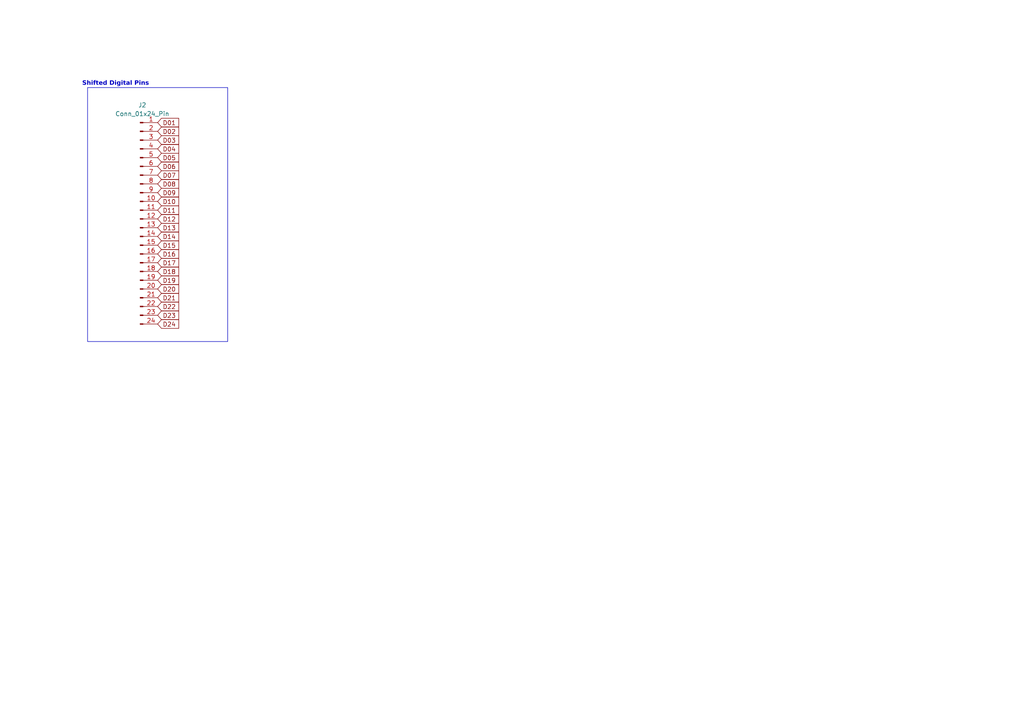
<source format=kicad_sch>
(kicad_sch (version 20231120) (generator "eeschema") (generator_version "8.0")
  (paper "A4")
  (title_block (title "LED Array/ Digital Shifting with Atmega328") (date "2024-04-11") (rev "2.0") (company "Pyae Sone Heine"))
  (lib_symbols
    (symbol "Connector:Conn_01x24_Pin" (pin_names (offset 1.016) hide)
      (property "Reference" "J" (at 0 30.48 0))
      (property "Value" "Conn_01x24_Pin" (at 0 -33.02 0))
      (symbol "Conn_01x24_Pin_1_1"
        (polyline (pts (xy 1.27 -30.48) (xy 0.8636 -30.48)) (stroke (width 0.1524)))
        (polyline (pts (xy 1.27 -27.94) (xy 0.8636 -27.94)) (stroke (width 0.1524)))
        (polyline (pts (xy 1.27 -25.4) (xy 0.8636 -25.4)) (stroke (width 0.1524)))
        (polyline (pts (xy 1.27 -22.86) (xy 0.8636 -22.86)) (stroke (width 0.1524)))
        (polyline (pts (xy 1.27 -20.32) (xy 0.8636 -20.32)) (stroke (width 0.1524)))
        (polyline (pts (xy 1.27 -17.78) (xy 0.8636 -17.78)) (stroke (width 0.1524)))
        (polyline (pts (xy 1.27 -15.24) (xy 0.8636 -15.24)) (stroke (width 0.1524)))
        (polyline (pts (xy 1.27 -12.7) (xy 0.8636 -12.7)) (stroke (width 0.1524)))
        (polyline (pts (xy 1.27 -10.16) (xy 0.8636 -10.16)) (stroke (width 0.1524)))
        (polyline (pts (xy 1.27 -7.62) (xy 0.8636 -7.62)) (stroke (width 0.1524)))
        (polyline (pts (xy 1.27 -5.08) (xy 0.8636 -5.08)) (stroke (width 0.1524)))
        (polyline (pts (xy 1.27 -2.54) (xy 0.8636 -2.54)) (stroke (width 0.1524)))
        (polyline (pts (xy 1.27 0) (xy 0.8636 0)) (stroke (width 0.1524)))
        (polyline (pts (xy 1.27 2.54) (xy 0.8636 2.54)) (stroke (width 0.1524)))
        (polyline (pts (xy 1.27 5.08) (xy 0.8636 5.08)) (stroke (width 0.1524)))
        (polyline (pts (xy 1.27 7.62) (xy 0.8636 7.62)) (stroke (width 0.1524)))
        (polyline (pts (xy 1.27 10.16) (xy 0.8636 10.16)) (stroke (width 0.1524)))
        (polyline (pts (xy 1.27 12.7) (xy 0.8636 12.7)) (stroke (width 0.1524)))
        (polyline (pts (xy 1.27 15.24) (xy 0.8636 15.24)) (stroke (width 0.1524)))
        (polyline (pts (xy 1.27 17.78) (xy 0.8636 17.78)) (stroke (width 0.1524)))
        (polyline (pts (xy 1.27 20.32) (xy 0.8636 20.32)) (stroke (width 0.1524)))
        (polyline (pts (xy 1.27 22.86) (xy 0.8636 22.86)) (stroke (width 0.1524)))
        (polyline (pts (xy 1.27 25.4) (xy 0.8636 25.4)) (stroke (width 0.1524)))
        (polyline (pts (xy 1.27 27.94) (xy 0.8636 27.94)) (stroke (width 0.1524)))
        (rectangle (start 0.8636 -30.353) (end 0 -30.607) (stroke (width 0.1524)) (fill (type outline)))
        (rectangle (start 0.8636 -27.813) (end 0 -28.067) (stroke (width 0.1524)) (fill (type outline)))
        (rectangle (start 0.8636 -25.273) (end 0 -25.527) (stroke (width 0.1524)) (fill (type outline)))
        (rectangle (start 0.8636 -22.733) (end 0 -22.987) (stroke (width 0.1524)) (fill (type outline)))
        (rectangle (start 0.8636 -20.193) (end 0 -20.447) (stroke (width 0.1524)) (fill (type outline)))
        (rectangle (start 0.8636 -17.653) (end 0 -17.907) (stroke (width 0.1524)) (fill (type outline)))
        (rectangle (start 0.8636 -15.113) (end 0 -15.367) (stroke (width 0.1524)) (fill (type outline)))
        (rectangle (start 0.8636 -12.573) (end 0 -12.827) (stroke (width 0.1524)) (fill (type outline)))
        (rectangle (start 0.8636 -10.033) (end 0 -10.287) (stroke (width 0.1524)) (fill (type outline)))
        (rectangle (start 0.8636 -7.493) (end 0 -7.747) (stroke (width 0.1524)) (fill (type outline)))
        (rectangle (start 0.8636 -4.953) (end 0 -5.207) (stroke (width 0.1524)) (fill (type outline)))
        (rectangle (start 0.8636 -2.413) (end 0 -2.667) (stroke (width 0.1524)) (fill (type outline)))
        (rectangle (start 0.8636 0.127) (end 0 -0.127) (stroke (width 0.1524)) (fill (type outline)))
        (rectangle (start 0.8636 2.667) (end 0 2.413) (stroke (width 0.1524)) (fill (type outline)))
        (rectangle (start 0.8636 5.207) (end 0 4.953) (stroke (width 0.1524)) (fill (type outline)))
        (rectangle (start 0.8636 7.747) (end 0 7.493) (stroke (width 0.1524)) (fill (type outline)))
        (rectangle (start 0.8636 10.287) (end 0 10.033) (stroke (width 0.1524)) (fill (type outline)))
        (rectangle (start 0.8636 12.827) (end 0 12.573) (stroke (width 0.1524)) (fill (type outline)))
        (rectangle (start 0.8636 15.367) (end 0 15.113) (stroke (width 0.1524)) (fill (type outline)))
        (rectangle (start 0.8636 17.907) (end 0 17.653) (stroke (width 0.1524)) (fill (type outline)))
        (rectangle (start 0.8636 20.447) (end 0 20.193) (stroke (width 0.1524)) (fill (type outline)))
        (rectangle (start 0.8636 22.987) (end 0 22.733) (stroke (width 0.1524)) (fill (type outline)))
        (rectangle (start 0.8636 25.527) (end 0 25.273) (stroke (width 0.1524)) (fill (type outline)))
        (rectangle (start 0.8636 28.067) (end 0 27.813) (stroke (width 0.1524)) (fill (type outline)))
        (pin passive line (at 5.08 27.94 180) (length 3.81) (name "Pin_1") (number "1"))
        (pin passive line (at 5.08 5.08 180) (length 3.81) (name "Pin_10") (number "10"))
        (pin passive line (at 5.08 2.54 180) (length 3.81) (name "Pin_11") (number "11"))
        (pin passive line (at 5.08 0 180) (length 3.81) (name "Pin_12") (number "12"))
        (pin passive line (at 5.08 -2.54 180) (length 3.81) (name "Pin_13") (number "13"))
        (pin passive line (at 5.08 -5.08 180) (length 3.81) (name "Pin_14") (number "14"))
        (pin passive line (at 5.08 -7.62 180) (length 3.81) (name "Pin_15") (number "15"))
        (pin passive line (at 5.08 -10.16 180) (length 3.81) (name "Pin_16") (number "16"))
        (pin passive line (at 5.08 -12.7 180) (length 3.81) (name "Pin_17") (number "17"))
        (pin passive line (at 5.08 -15.24 180) (length 3.81) (name "Pin_18") (number "18"))
        (pin passive line (at 5.08 -17.78 180) (length 3.81) (name "Pin_19") (number "19"))
        (pin passive line (at 5.08 25.4 180) (length 3.81) (name "Pin_2") (number "2"))
        (pin passive line (at 5.08 -20.32 180) (length 3.81) (name "Pin_20") (number "20"))
        (pin passive line (at 5.08 -22.86 180) (length 3.81) (name "Pin_21") (number "21"))
        (pin passive line (at 5.08 -25.4 180) (length 3.81) (name "Pin_22") (number "22"))
        (pin passive line (at 5.08 -27.94 180) (length 3.81) (name "Pin_23") (number "23"))
        (pin passive line (at 5.08 -30.48 180) (length 3.81) (name "Pin_24") (number "24"))
        (pin passive line (at 5.08 22.86 180) (length 3.81) (name "Pin_3") (number "3"))
        (pin passive line (at 5.08 20.32 180) (length 3.81) (name "Pin_4") (number "4"))
        (pin passive line (at 5.08 17.78 180) (length 3.81) (name "Pin_5") (number "5"))
        (pin passive line (at 5.08 15.24 180) (length 3.81) (name "Pin_6") (number "6"))
        (pin passive line (at 5.08 12.7 180) (length 3.81) (name "Pin_7") (number "7"))
        (pin passive line (at 5.08 10.16 180) (length 3.81) (name "Pin_8") (number "8"))
        (pin passive line (at 5.08 7.62 180) (length 3.81) (name "Pin_9") (number "9"))
      )
    )
  )
  (rectangle (start 25.4 25.4) (end 66.04 99.06))
  (text "Shifted Digital Pins" (at 33.528 24.638 0) (effects (font (size 1.27 1.27) (thickness 0.254) (bold yes))))
  (global_label "D20" (shape input) (at 45.72 83.82 0) (property "Intersheetrefs" "${INTERSHEET_REFS}" (effects (hide yes))))
  (global_label "D04" (shape input) (at 45.72 43.18 0) (property "Intersheetrefs" "${INTERSHEET_REFS}" (effects (hide yes))))
  (global_label "D11" (shape input) (at 45.72 60.96 0) (property "Intersheetrefs" "${INTERSHEET_REFS}" (effects (hide yes))))
  (global_label "D05" (shape input) (at 45.72 45.72 0) (property "Intersheetrefs" "${INTERSHEET_REFS}" (effects (hide yes))))
  (global_label "D13" (shape input) (at 45.72 66.04 0) (property "Intersheetrefs" "${INTERSHEET_REFS}" (effects (hide yes))))
  (global_label "D12" (shape input) (at 45.72 63.5 0) (property "Intersheetrefs" "${INTERSHEET_REFS}" (effects (hide yes))))
  (global_label "D16" (shape input) (at 45.72 73.66 0) (property "Intersheetrefs" "${INTERSHEET_REFS}" (effects (hide yes))))
  (global_label "D24" (shape input) (at 45.72 93.98 0) (property "Intersheetrefs" "${INTERSHEET_REFS}" (effects (hide yes))))
  (global_label "D18" (shape input) (at 45.72 78.74 0) (property "Intersheetrefs" "${INTERSHEET_REFS}" (effects (hide yes))))
  (global_label "D23" (shape input) (at 45.72 91.44 0) (property "Intersheetrefs" "${INTERSHEET_REFS}" (effects (hide yes))))
  (global_label "D19" (shape input) (at 45.72 81.28 0) (property "Intersheetrefs" "${INTERSHEET_REFS}" (effects (hide yes))))
  (global_label "D22" (shape input) (at 45.72 88.9 0) (property "Intersheetrefs" "${INTERSHEET_REFS}" (effects (hide yes))))
  (global_label "D01" (shape input) (at 45.72 35.56 0) (property "Intersheetrefs" "${INTERSHEET_REFS}" (effects (hide yes))))
  (global_label "D21" (shape input) (at 45.72 86.36 0) (property "Intersheetrefs" "${INTERSHEET_REFS}" (effects (hide yes))))
  (global_label "D03" (shape input) (at 45.72 40.64 0) (property "Intersheetrefs" "${INTERSHEET_REFS}" (effects (hide yes))))
  (global_label "D17" (shape input) (at 45.72 76.2 0) (property "Intersheetrefs" "${INTERSHEET_REFS}" (effects (hide yes))))
  (global_label "D08" (shape input) (at 45.72 53.34 0) (property "Intersheetrefs" "${INTERSHEET_REFS}" (effects (hide yes))))
  (global_label "D15" (shape input) (at 45.72 71.12 0) (property "Intersheetrefs" "${INTERSHEET_REFS}" (effects (hide yes))))
  (global_label "D10" (shape input) (at 45.72 58.42 0) (property "Intersheetrefs" "${INTERSHEET_REFS}" (effects (hide yes))))
  (global_label "D06" (shape input) (at 45.72 48.26 0) (property "Intersheetrefs" "${INTERSHEET_REFS}" (effects (hide yes))))
  (global_label "D07" (shape input) (at 45.72 50.8 0) (property "Intersheetrefs" "${INTERSHEET_REFS}" (effects (hide yes))))
  (global_label "D14" (shape input) (at 45.72 68.58 0) (property "Intersheetrefs" "${INTERSHEET_REFS}" (effects (hide yes))))
  (global_label "D09" (shape input) (at 45.72 55.88 0) (property "Intersheetrefs" "${INTERSHEET_REFS}" (effects (hide yes))))
  (global_label "D02" (shape input) (at 45.72 38.1 0) (property "Intersheetrefs" "${INTERSHEET_REFS}" (effects (hide yes))))
  (symbol (lib_id "Connector:Conn_01x24_Pin") (at 40.64 63.5 0) (unit 1)
    (property "Reference" "J2" (at 41.275 30.48 0))
    (property "Value" "Conn_01x24_Pin" (at 41.275 33.02 0))
    (property "Footprint" "Connector_PinHeader_2.54mm:PinHeader_1x24_P2.54mm_Vertical" (effects (hide yes)))
    (property "Description" "Generic connector, single row, 01x24, script generated" (effects (hide yes)))
  )
)
</source>
